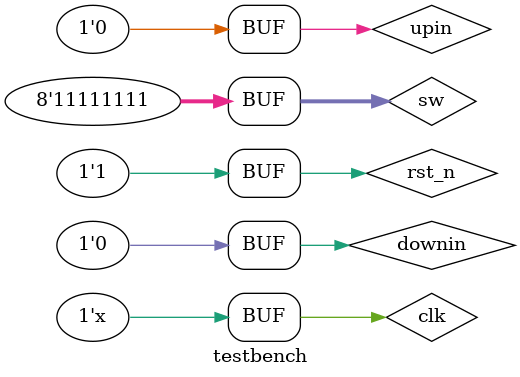
<source format=v>
`timescale 1ns/1ns  // `timescale 浠跨湡鏃堕棿鍗曚綅/鏃
module testbench ( );
    reg clk;
    reg rst_n;
    reg upin;
    reg downin;
    reg [7:0] sw;
    wire [7:0] DK;
    wire [6:0] hex0,hex1;
   
    mips my_mips (clk,rst_n,upin,downin,sw,DK,hex0,hex1);
    
    initial begin  
       //$readmemh("code.txt",my_mips.U_IM.im);
       //my_mips.U_DM.dm[21]=20;
   
           rst_n= 0 ;
           clk = 0 ;
           upin=0;
           downin=0;
           sw=8'b1111_1111;
           #200 rst_n=1;   
           
           #33500 upin=1;
            downin=0;   
           #50 upin=0;
           #50 upin=1;
           #50 upin=0;
          
      
  end
   
    always
       #5 clk = ~clk ;
       
endmodule
           

</source>
